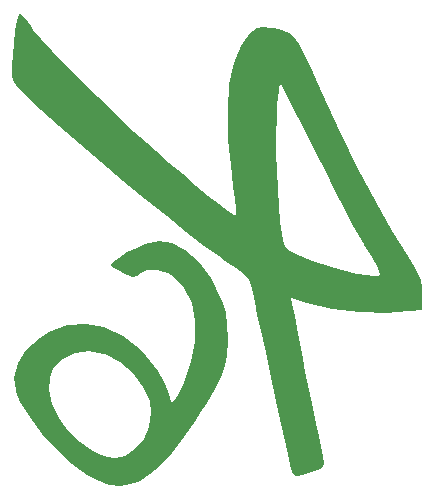
<source format=gbr>
%TF.GenerationSoftware,KiCad,Pcbnew,(6.0.5-0)*%
%TF.CreationDate,2022-06-13T17:31:06+02:00*%
%TF.ProjectId,Transportino,5472616e-7370-46f7-9274-696e6f2e6b69,v01*%
%TF.SameCoordinates,Original*%
%TF.FileFunction,Legend,Bot*%
%TF.FilePolarity,Positive*%
%FSLAX46Y46*%
G04 Gerber Fmt 4.6, Leading zero omitted, Abs format (unit mm)*
G04 Created by KiCad (PCBNEW (6.0.5-0)) date 2022-06-13 17:31:06*
%MOMM*%
%LPD*%
G01*
G04 APERTURE LIST*
%ADD10C,0.300000*%
G04 APERTURE END LIST*
D10*
%TO.C,*%
G36*
X185933654Y-96853337D02*
G01*
X184884183Y-98218538D01*
X183942016Y-99258897D01*
X183062588Y-100022722D01*
X182201335Y-100558324D01*
X181678505Y-100793460D01*
X180629871Y-101039725D01*
X179580490Y-100926269D01*
X178397695Y-100449290D01*
X177738035Y-100065130D01*
X176467538Y-99117104D01*
X175163247Y-97921725D01*
X173926551Y-96583797D01*
X172858836Y-95208125D01*
X172061490Y-93899515D01*
X171730636Y-93088648D01*
X171706338Y-92911640D01*
X174504839Y-92911640D01*
X174779305Y-94070299D01*
X175326229Y-95243047D01*
X176107505Y-96350344D01*
X177085022Y-97312649D01*
X178220674Y-98050419D01*
X178723429Y-98274345D01*
X179498562Y-98534007D01*
X180091118Y-98633580D01*
X180962583Y-98444091D01*
X181817494Y-97884570D01*
X182517783Y-97042984D01*
X182991049Y-96008019D01*
X183164894Y-94868363D01*
X183014840Y-93831744D01*
X182480695Y-92604438D01*
X181626447Y-91475008D01*
X180522157Y-90532687D01*
X179237885Y-89866708D01*
X179154406Y-89836828D01*
X177891927Y-89594419D01*
X176696767Y-89730743D01*
X175657785Y-90221884D01*
X174863840Y-91043927D01*
X174540941Y-91846611D01*
X174504839Y-92911640D01*
X171706338Y-92911640D01*
X171557500Y-91827384D01*
X171830417Y-90636455D01*
X172547023Y-89523634D01*
X173704953Y-88496694D01*
X174484862Y-88010287D01*
X176018426Y-87422055D01*
X177589510Y-87274281D01*
X179167374Y-87563561D01*
X180721278Y-88286491D01*
X182220483Y-89439666D01*
X182431261Y-89648299D01*
X183076688Y-90404957D01*
X183702833Y-91284079D01*
X184238377Y-92171018D01*
X184612003Y-92951130D01*
X184752394Y-93509771D01*
X184753923Y-93578970D01*
X184855406Y-93870914D01*
X185088423Y-93782440D01*
X185414565Y-93347104D01*
X185795425Y-92598466D01*
X185855831Y-92460056D01*
X186526051Y-90546278D01*
X186867744Y-88719620D01*
X186884938Y-87029178D01*
X186581662Y-85524050D01*
X185961944Y-84253331D01*
X185029810Y-83266118D01*
X184553563Y-82969687D01*
X183647658Y-82684311D01*
X182776589Y-82711316D01*
X182077706Y-83060279D01*
X181916346Y-83199891D01*
X181645296Y-83333299D01*
X181312743Y-83256716D01*
X180755574Y-82957455D01*
X180510006Y-82815764D01*
X180014387Y-82522891D01*
X179766496Y-82365738D01*
X179748756Y-82305946D01*
X179956692Y-82046275D01*
X180445495Y-81670735D01*
X181128133Y-81241790D01*
X181917572Y-80821904D01*
X182637692Y-80518052D01*
X183816384Y-80277530D01*
X184912337Y-80438443D01*
X186015609Y-81004812D01*
X187160134Y-82005688D01*
X188224727Y-83440313D01*
X189094427Y-85202794D01*
X189215063Y-85522878D01*
X189454105Y-86375107D01*
X189578186Y-87323767D01*
X189614797Y-88545437D01*
X189612635Y-88860654D01*
X189551716Y-89894918D01*
X189381084Y-90836740D01*
X189065783Y-91775260D01*
X188570858Y-92799616D01*
X187861351Y-93998950D01*
X187291598Y-94868363D01*
X186902307Y-95462401D01*
X185933654Y-96853337D01*
G37*
G36*
X206049998Y-84136870D02*
G01*
X206070251Y-84790111D01*
X206070251Y-86121857D01*
X203859090Y-86288663D01*
X203172358Y-86327780D01*
X200803889Y-86290323D01*
X198460538Y-86009690D01*
X196332393Y-85505657D01*
X194961326Y-85078932D01*
X195071208Y-85564863D01*
X195145596Y-85923075D01*
X195291490Y-86652047D01*
X195492375Y-87668702D01*
X195732509Y-88893357D01*
X195996147Y-90246329D01*
X196209092Y-91330934D01*
X196525898Y-92910491D01*
X196839557Y-94440000D01*
X197122941Y-95787603D01*
X197348920Y-96821440D01*
X197515837Y-97609979D01*
X197668261Y-98472401D01*
X197741343Y-99090796D01*
X197720732Y-99366920D01*
X197659290Y-99413339D01*
X197253237Y-99620006D01*
X196653165Y-99862882D01*
X196028796Y-100077649D01*
X195517730Y-100185834D01*
X195239988Y-100103381D01*
X195094320Y-99828026D01*
X195068258Y-99732450D01*
X194941727Y-99209261D01*
X194739624Y-98334269D01*
X194476391Y-97173019D01*
X194166468Y-95791056D01*
X193824299Y-94253929D01*
X193464325Y-92627182D01*
X193100987Y-90976363D01*
X192748727Y-89367016D01*
X192421987Y-87864690D01*
X192135209Y-86534930D01*
X191902834Y-85443282D01*
X191739304Y-84655292D01*
X191659061Y-84236508D01*
X191635109Y-84096174D01*
X191528997Y-83709852D01*
X191324706Y-83373183D01*
X190950976Y-83013092D01*
X190336549Y-82556508D01*
X189410167Y-81930357D01*
X188886491Y-81571518D01*
X187631446Y-80656825D01*
X186132863Y-79509897D01*
X184450623Y-78180459D01*
X182644609Y-76718233D01*
X180774702Y-75172945D01*
X178900785Y-73594317D01*
X177082740Y-72032072D01*
X175380450Y-70535936D01*
X173853796Y-69155632D01*
X172562661Y-67940883D01*
X172217336Y-67603968D01*
X171740606Y-67090973D01*
X171488578Y-66671156D01*
X171390033Y-66200361D01*
X171373750Y-65534434D01*
X171374618Y-65433737D01*
X171419716Y-64560186D01*
X171519171Y-63529341D01*
X171653542Y-62493768D01*
X171803383Y-61606032D01*
X171949252Y-61018697D01*
X172109491Y-61012276D01*
X172450164Y-61362658D01*
X172932589Y-62039233D01*
X173168213Y-62364363D01*
X173818271Y-63140833D01*
X174734933Y-64146915D01*
X175872568Y-65336747D01*
X177185547Y-66664470D01*
X178628239Y-68084223D01*
X180155013Y-69550145D01*
X181720239Y-71016376D01*
X183278286Y-72437056D01*
X183550022Y-72680120D01*
X184662414Y-73656797D01*
X185806234Y-74635804D01*
X186928245Y-75574122D01*
X187975209Y-76428731D01*
X188893889Y-77156613D01*
X189631045Y-77714746D01*
X190133441Y-78060113D01*
X190347839Y-78149693D01*
X190362122Y-77999505D01*
X190327661Y-77477672D01*
X190240379Y-76678551D01*
X190109802Y-75700155D01*
X189962182Y-74609490D01*
X189676550Y-71680023D01*
X189664860Y-71232770D01*
X193730343Y-71232770D01*
X193736823Y-72742103D01*
X193779079Y-74310911D01*
X193853257Y-75865913D01*
X193955502Y-77333830D01*
X194081963Y-78641381D01*
X194228784Y-79715286D01*
X194392113Y-80482265D01*
X194568097Y-80869038D01*
X194902633Y-81096228D01*
X195620720Y-81451460D01*
X196569909Y-81848401D01*
X197636548Y-82242937D01*
X198706986Y-82590957D01*
X199667571Y-82848347D01*
X200574308Y-83032909D01*
X201408565Y-83165414D01*
X201984159Y-83215972D01*
X202224572Y-83218502D01*
X202443063Y-83198048D01*
X202529516Y-83093847D01*
X202464704Y-82844249D01*
X202229401Y-82387602D01*
X201804382Y-81662255D01*
X201170421Y-80606557D01*
X201145256Y-80564370D01*
X200741071Y-79850974D01*
X200177109Y-78809687D01*
X199491480Y-77513165D01*
X198722293Y-76034069D01*
X197907659Y-74445056D01*
X197085687Y-72818786D01*
X194088678Y-66843920D01*
X193900277Y-68169678D01*
X193840123Y-68685646D01*
X193763492Y-69856191D01*
X193730343Y-71232770D01*
X189664860Y-71232770D01*
X189610113Y-69138109D01*
X189763711Y-66976180D01*
X190138185Y-65186664D01*
X190734374Y-63761991D01*
X191553119Y-62694591D01*
X191735125Y-62525750D01*
X192144385Y-62244790D01*
X192604130Y-62163546D01*
X193310776Y-62230114D01*
X193544625Y-62263492D01*
X194249446Y-62401033D01*
X194790012Y-62617578D01*
X195233141Y-62981441D01*
X195645650Y-63560936D01*
X196094358Y-64424378D01*
X196646083Y-65640079D01*
X197575422Y-67709307D01*
X199130787Y-71030916D01*
X200663659Y-74132098D01*
X202146572Y-76959503D01*
X203552056Y-79459780D01*
X204852646Y-81579580D01*
X205361536Y-82380817D01*
X205743726Y-83059011D01*
X205757418Y-83093847D01*
X205957185Y-83602099D01*
X206049998Y-84136870D01*
G37*
%TD*%
M02*

</source>
